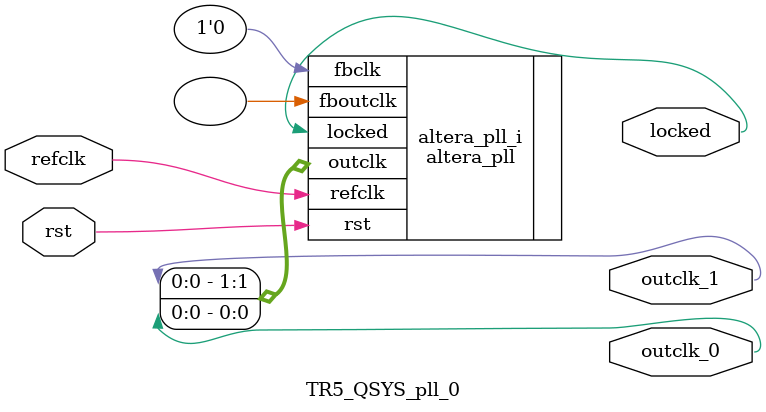
<source format=v>
`timescale 1ns/10ps
module  TR5_QSYS_pll_0(

	// interface 'refclk'
	input wire refclk,

	// interface 'reset'
	input wire rst,

	// interface 'outclk0'
	output wire outclk_0,

	// interface 'outclk1'
	output wire outclk_1,

	// interface 'locked'
	output wire locked
);

	altera_pll #(
		.fractional_vco_multiplier("true"),
		.reference_clock_frequency("50.0 MHz"),
		.operation_mode("direct"),
		.number_of_clocks(2),
		.output_clock_frequency0("148.500000 MHz"),
		.phase_shift0("0 ps"),
		.duty_cycle0(50),
		.output_clock_frequency1("148.500000 MHz"),
		.phase_shift1("0 ps"),
		.duty_cycle1(50),
		.output_clock_frequency2("0 MHz"),
		.phase_shift2("0 ps"),
		.duty_cycle2(50),
		.output_clock_frequency3("0 MHz"),
		.phase_shift3("0 ps"),
		.duty_cycle3(50),
		.output_clock_frequency4("0 MHz"),
		.phase_shift4("0 ps"),
		.duty_cycle4(50),
		.output_clock_frequency5("0 MHz"),
		.phase_shift5("0 ps"),
		.duty_cycle5(50),
		.output_clock_frequency6("0 MHz"),
		.phase_shift6("0 ps"),
		.duty_cycle6(50),
		.output_clock_frequency7("0 MHz"),
		.phase_shift7("0 ps"),
		.duty_cycle7(50),
		.output_clock_frequency8("0 MHz"),
		.phase_shift8("0 ps"),
		.duty_cycle8(50),
		.output_clock_frequency9("0 MHz"),
		.phase_shift9("0 ps"),
		.duty_cycle9(50),
		.output_clock_frequency10("0 MHz"),
		.phase_shift10("0 ps"),
		.duty_cycle10(50),
		.output_clock_frequency11("0 MHz"),
		.phase_shift11("0 ps"),
		.duty_cycle11(50),
		.output_clock_frequency12("0 MHz"),
		.phase_shift12("0 ps"),
		.duty_cycle12(50),
		.output_clock_frequency13("0 MHz"),
		.phase_shift13("0 ps"),
		.duty_cycle13(50),
		.output_clock_frequency14("0 MHz"),
		.phase_shift14("0 ps"),
		.duty_cycle14(50),
		.output_clock_frequency15("0 MHz"),
		.phase_shift15("0 ps"),
		.duty_cycle15(50),
		.output_clock_frequency16("0 MHz"),
		.phase_shift16("0 ps"),
		.duty_cycle16(50),
		.output_clock_frequency17("0 MHz"),
		.phase_shift17("0 ps"),
		.duty_cycle17(50),
		.pll_type("General"),
		.pll_subtype("General")
	) altera_pll_i (
		.rst	(rst),
		.outclk	({outclk_1, outclk_0}),
		.locked	(locked),
		.fboutclk	( ),
		.fbclk	(1'b0),
		.refclk	(refclk)
	);
endmodule


</source>
